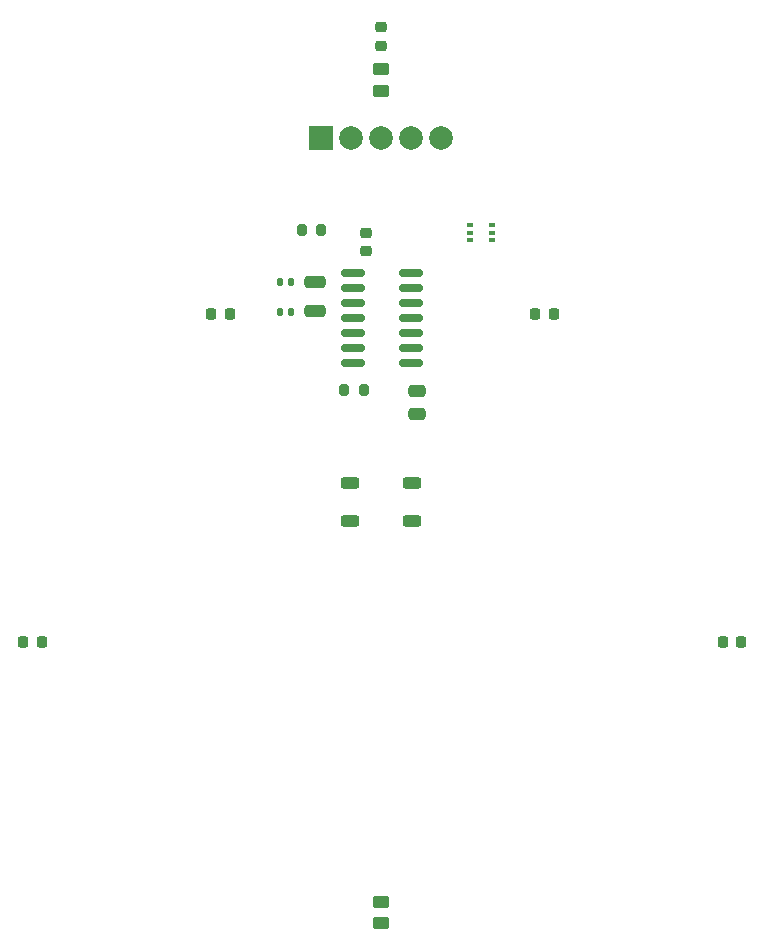
<source format=gtp>
%TF.GenerationSoftware,KiCad,Pcbnew,7.0.2-0*%
%TF.CreationDate,2024-07-21T16:06:54-04:00*%
%TF.ProjectId,Tree Ornanment 2024,54726565-204f-4726-9e61-6e6d656e7420,rev?*%
%TF.SameCoordinates,Original*%
%TF.FileFunction,Paste,Top*%
%TF.FilePolarity,Positive*%
%FSLAX46Y46*%
G04 Gerber Fmt 4.6, Leading zero omitted, Abs format (unit mm)*
G04 Created by KiCad (PCBNEW 7.0.2-0) date 2024-07-21 16:06:54*
%MOMM*%
%LPD*%
G01*
G04 APERTURE LIST*
G04 Aperture macros list*
%AMRoundRect*
0 Rectangle with rounded corners*
0 $1 Rounding radius*
0 $2 $3 $4 $5 $6 $7 $8 $9 X,Y pos of 4 corners*
0 Add a 4 corners polygon primitive as box body*
4,1,4,$2,$3,$4,$5,$6,$7,$8,$9,$2,$3,0*
0 Add four circle primitives for the rounded corners*
1,1,$1+$1,$2,$3*
1,1,$1+$1,$4,$5*
1,1,$1+$1,$6,$7*
1,1,$1+$1,$8,$9*
0 Add four rect primitives between the rounded corners*
20,1,$1+$1,$2,$3,$4,$5,0*
20,1,$1+$1,$4,$5,$6,$7,0*
20,1,$1+$1,$6,$7,$8,$9,0*
20,1,$1+$1,$8,$9,$2,$3,0*%
G04 Aperture macros list end*
%ADD10RoundRect,0.250000X0.450000X-0.262500X0.450000X0.262500X-0.450000X0.262500X-0.450000X-0.262500X0*%
%ADD11RoundRect,0.200000X-0.200000X-0.275000X0.200000X-0.275000X0.200000X0.275000X-0.200000X0.275000X0*%
%ADD12RoundRect,0.140000X0.140000X0.170000X-0.140000X0.170000X-0.140000X-0.170000X0.140000X-0.170000X0*%
%ADD13RoundRect,0.250000X0.650000X-0.250000X0.650000X0.250000X-0.650000X0.250000X-0.650000X-0.250000X0*%
%ADD14RoundRect,0.250000X-0.450000X0.262500X-0.450000X-0.262500X0.450000X-0.262500X0.450000X0.262500X0*%
%ADD15RoundRect,0.218750X-0.218750X-0.256250X0.218750X-0.256250X0.218750X0.256250X-0.218750X0.256250X0*%
%ADD16RoundRect,0.250000X-0.525000X-0.250000X0.525000X-0.250000X0.525000X0.250000X-0.525000X0.250000X0*%
%ADD17RoundRect,0.218750X-0.256250X0.218750X-0.256250X-0.218750X0.256250X-0.218750X0.256250X0.218750X0*%
%ADD18R,0.600000X0.420000*%
%ADD19O,0.600000X0.420000*%
%ADD20RoundRect,0.225000X-0.250000X0.225000X-0.250000X-0.225000X0.250000X-0.225000X0.250000X0.225000X0*%
%ADD21RoundRect,0.150000X-0.825000X-0.150000X0.825000X-0.150000X0.825000X0.150000X-0.825000X0.150000X0*%
%ADD22C,2.000000*%
%ADD23R,2.000000X2.000000*%
%ADD24RoundRect,0.250000X0.475000X-0.250000X0.475000X0.250000X-0.475000X0.250000X-0.475000X-0.250000X0*%
G04 APERTURE END LIST*
D10*
%TO.C,R4*%
X139718000Y-75212500D03*
X139718000Y-73387500D03*
%TD*%
D11*
%TO.C,R2*%
X136589000Y-100584000D03*
X138239000Y-100584000D03*
%TD*%
%TO.C,R3*%
X132993000Y-86956000D03*
X134643000Y-86956000D03*
%TD*%
D12*
%TO.C,C4*%
X132080000Y-93900000D03*
X131120000Y-93900000D03*
%TD*%
%TO.C,C3*%
X132080000Y-91400000D03*
X131120000Y-91400000D03*
%TD*%
D13*
%TO.C,Y1*%
X134112000Y-93892000D03*
X134112000Y-91392000D03*
%TD*%
D14*
%TO.C,R1*%
X139700000Y-143867500D03*
X139700000Y-145692500D03*
%TD*%
D15*
%TO.C,D3*%
X109423000Y-121920000D03*
X110998000Y-121920000D03*
%TD*%
D16*
%TO.C,SW2*%
X137075000Y-108400000D03*
X142325000Y-108400000D03*
X137075000Y-111600000D03*
X142325000Y-111600000D03*
%TD*%
D15*
%TO.C,D1*%
X125323500Y-94107000D03*
X126898500Y-94107000D03*
%TD*%
D17*
%TO.C,D5*%
X139700000Y-69850000D03*
X139700000Y-71425000D03*
%TD*%
D18*
%TO.C,Q1*%
X147197998Y-86584002D03*
D19*
X147197998Y-87234001D03*
X147197998Y-87884000D03*
X149098000Y-87884000D03*
X149098000Y-87234001D03*
X149098000Y-86584002D03*
%TD*%
D20*
%TO.C,C2*%
X138430000Y-87230000D03*
X138430000Y-88780000D03*
%TD*%
D21*
%TO.C,U1*%
X137290000Y-90678000D03*
X137290000Y-91948000D03*
X137290000Y-93218000D03*
X137290000Y-94488000D03*
X137290000Y-95758000D03*
X137290000Y-97028000D03*
X137290000Y-98298000D03*
X142240000Y-98298000D03*
X142240000Y-97028000D03*
X142240000Y-95758000D03*
X142240000Y-94488000D03*
X142240000Y-93218000D03*
X142240000Y-91948000D03*
X142240000Y-90678000D03*
%TD*%
D15*
%TO.C,D4*%
X168630500Y-121920000D03*
X170205500Y-121920000D03*
%TD*%
D22*
%TO.C,J2*%
X144780000Y-79248000D03*
X142240000Y-79248000D03*
X139700000Y-79248000D03*
X137160000Y-79248000D03*
D23*
X134620000Y-79248000D03*
%TD*%
D24*
%TO.C,C1*%
X142748000Y-102550000D03*
X142748000Y-100650000D03*
%TD*%
D15*
%TO.C,D2*%
X152755500Y-94107000D03*
X154330500Y-94107000D03*
%TD*%
M02*

</source>
